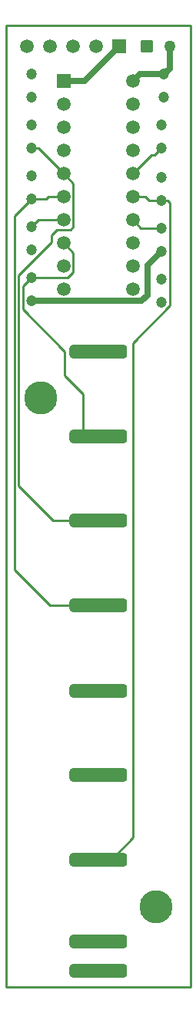
<source format=gbl>
G04 Layer_Physical_Order=2*
G04 Layer_Color=16711680*
%FSLAX25Y25*%
%MOIN*%
G70*
G01*
G75*
%ADD10C,0.01000*%
%ADD11C,0.02500*%
G04:AMPARAMS|DCode=12|XSize=250mil|YSize=60mil|CornerRadius=15mil|HoleSize=0mil|Usage=FLASHONLY|Rotation=180.000|XOffset=0mil|YOffset=0mil|HoleType=Round|Shape=RoundedRectangle|*
%AMROUNDEDRECTD12*
21,1,0.25000,0.03000,0,0,180.0*
21,1,0.22000,0.06000,0,0,180.0*
1,1,0.03000,-0.11000,0.01500*
1,1,0.03000,0.11000,0.01500*
1,1,0.03000,0.11000,-0.01500*
1,1,0.03000,-0.11000,-0.01500*
%
%ADD12ROUNDEDRECTD12*%
%ADD13C,0.05000*%
G04:AMPARAMS|DCode=14|XSize=55.12mil|YSize=55.12mil|CornerRadius=6.89mil|HoleSize=0mil|Usage=FLASHONLY|Rotation=0.000|XOffset=0mil|YOffset=0mil|HoleType=Round|Shape=RoundedRectangle|*
%AMROUNDEDRECTD14*
21,1,0.05512,0.04134,0,0,0.0*
21,1,0.04134,0.05512,0,0,0.0*
1,1,0.01378,0.02067,-0.02067*
1,1,0.01378,-0.02067,-0.02067*
1,1,0.01378,-0.02067,0.02067*
1,1,0.01378,0.02067,0.02067*
%
%ADD14ROUNDEDRECTD14*%
%ADD15C,0.04724*%
%ADD16C,0.14300*%
%ADD17C,0.05905*%
%ADD18R,0.05905X0.05905*%
%ADD19C,0.05905*%
%ADD20R,0.05905X0.05905*%
D10*
X243600Y521000D02*
Y539100D01*
X268500Y611000D02*
X277500D01*
X265000Y614500D02*
X268500Y611000D01*
X224000Y614500D02*
X235000D01*
X221000Y611500D02*
X224000Y614500D01*
X235000Y634500D02*
X239300Y630200D01*
Y611500D02*
Y630200D01*
X238000Y610200D02*
X239300Y611500D01*
X232000Y610200D02*
X238000D01*
X229800Y608000D02*
X232000Y610200D01*
X229800Y604762D02*
Y608000D01*
X215538Y590500D02*
X229800Y604762D01*
X215538Y499462D02*
Y590500D01*
Y499462D02*
X230500Y484500D01*
X250000D01*
X243600Y521000D02*
X250000D01*
X235600Y547100D02*
X243600Y539100D01*
X235600Y547100D02*
Y557538D01*
X217338Y575800D02*
X235600Y557538D01*
X217338Y575800D02*
Y585838D01*
X221000Y589500D01*
X213700Y616200D02*
X221000Y623500D01*
X213700Y463300D02*
Y616200D01*
Y463300D02*
X229000Y448000D01*
X250000D01*
X277500Y623000D02*
X280200D01*
X281200Y622000D01*
Y577400D02*
Y622000D01*
X265100Y561300D02*
X281200Y577400D01*
X265100Y347400D02*
Y561300D01*
X255700Y338000D02*
X265100Y347400D01*
X250000Y338000D02*
X255700D01*
X221000Y589500D02*
X236800D01*
X239300Y592000D01*
Y600200D01*
X235000Y604500D02*
X239300Y600200D01*
X265000Y634500D02*
X273000Y642500D01*
X274500D01*
X277500Y645500D01*
X221000D02*
X224000D01*
X235000Y634500D01*
X272000Y623000D02*
X277500D01*
X270500Y624500D02*
X272000Y623000D01*
X265000Y624500D02*
X270500D01*
X228500D02*
X235000D01*
X227500Y623500D02*
X228500Y624500D01*
X221000Y623500D02*
X227500D01*
X210000Y698500D02*
X290000D01*
Y283000D02*
Y698500D01*
X210000Y283000D02*
Y698500D01*
Y283000D02*
X290000D01*
D11*
X235000Y674500D02*
X244000D01*
X268000Y677500D02*
X278500D01*
X265000Y674500D02*
X268000Y677500D01*
X221000Y579500D02*
X230200D01*
X230300Y579400D01*
X268900D01*
X271500Y582000D01*
Y595000D01*
X277500Y601000D01*
X281000Y680000D02*
Y689500D01*
X278500Y677500D02*
X281000Y680000D01*
X244000Y674500D02*
X259000Y689500D01*
D12*
X250000Y290000D02*
D03*
Y302500D02*
D03*
Y338000D02*
D03*
Y374500D02*
D03*
Y411000D02*
D03*
Y448000D02*
D03*
Y484500D02*
D03*
Y521000D02*
D03*
Y557500D02*
D03*
D13*
X281000Y689500D02*
D03*
D14*
X271000D02*
D03*
D15*
X277500Y579000D02*
D03*
Y589000D02*
D03*
Y655500D02*
D03*
Y645500D02*
D03*
Y633000D02*
D03*
Y623000D02*
D03*
Y601000D02*
D03*
Y611000D02*
D03*
X221000Y601500D02*
D03*
Y611500D02*
D03*
Y633500D02*
D03*
Y623500D02*
D03*
Y655500D02*
D03*
Y645500D02*
D03*
Y579500D02*
D03*
Y589500D02*
D03*
Y667500D02*
D03*
Y677500D02*
D03*
X278500D02*
D03*
Y667500D02*
D03*
D16*
X275000Y317500D02*
D03*
X225000Y537500D02*
D03*
D17*
X219000Y689500D02*
D03*
X229000D02*
D03*
X239000D02*
D03*
X249000D02*
D03*
D18*
X259000D02*
D03*
D19*
X265000Y604500D02*
D03*
Y614500D02*
D03*
Y624500D02*
D03*
Y634500D02*
D03*
Y644500D02*
D03*
Y654500D02*
D03*
Y664500D02*
D03*
Y674500D02*
D03*
X235000Y664500D02*
D03*
Y654500D02*
D03*
Y644500D02*
D03*
Y634500D02*
D03*
Y624500D02*
D03*
Y614500D02*
D03*
Y604500D02*
D03*
X265000Y594500D02*
D03*
X235000D02*
D03*
X265000Y584500D02*
D03*
X235000D02*
D03*
D20*
Y674500D02*
D03*
M02*

</source>
